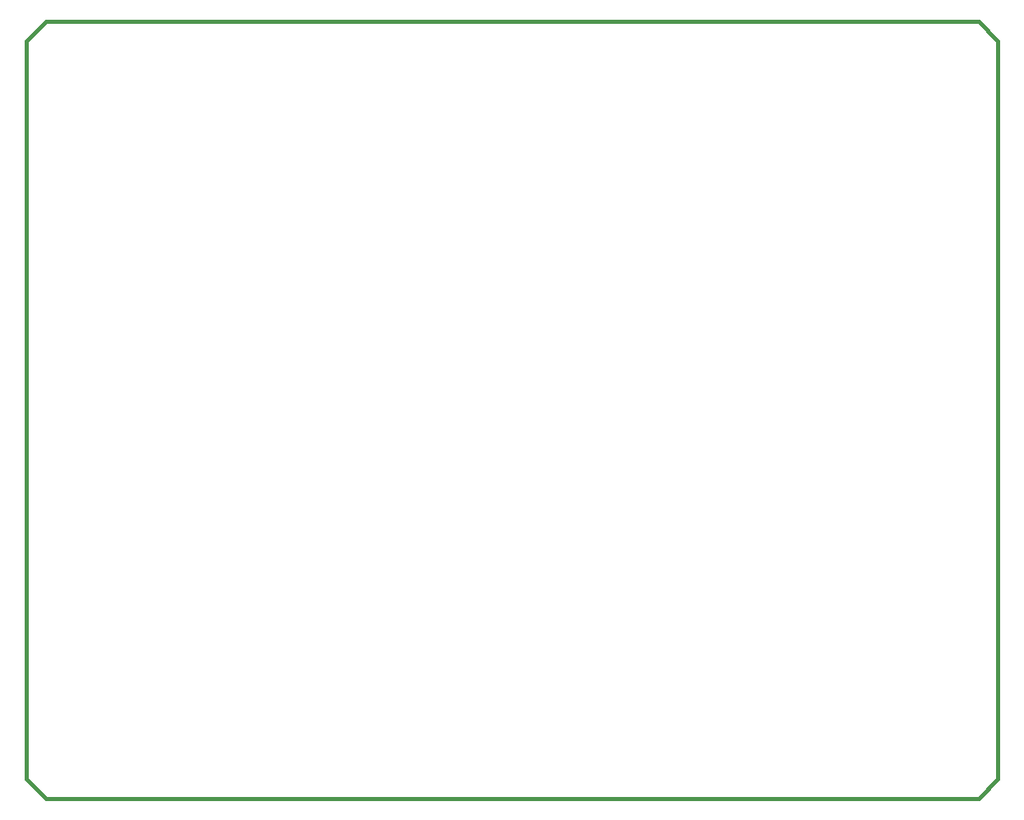
<source format=gbp>
G75*
%MOIN*%
%OFA0B0*%
%FSLAX24Y24*%
%IPPOS*%
%LPD*%
%AMOC8*
5,1,8,0,0,1.08239X$1,22.5*
%
%ADD10C,0.0160*%
D10*
X002180Y002467D02*
X002967Y001680D01*
X040763Y001680D01*
X041550Y002467D01*
X041550Y032389D01*
X040763Y033176D01*
X002967Y033176D01*
X002180Y032389D01*
X002180Y002467D01*
M02*

</source>
